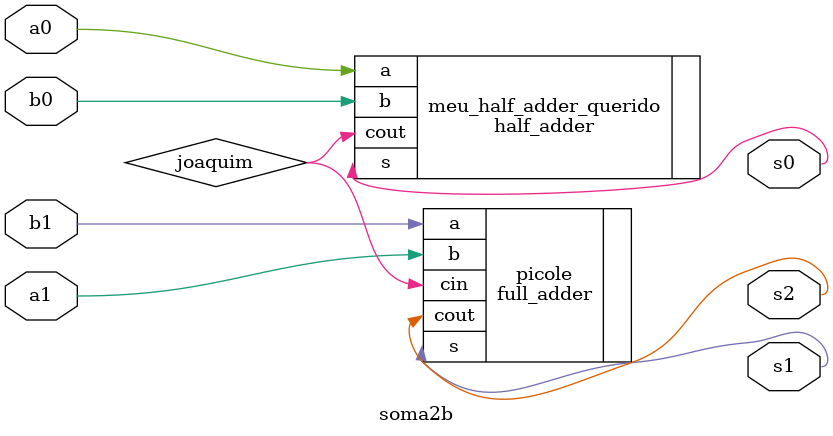
<source format=v>
module soma2b (
input	a0,
input	b0,
input	a1,
input	b1,
output	s0,
output	s1,
output	s2);

    wire joaquim;

    half_adder meu_half_adder_querido(	.a(a0), 
										.b(b0), 
										.s(s0),
										.cout(joaquim));
	
	
    full_adder picole(	.a(b1), 
						.b(a1), 
						.cin(joaquim),
						.s(s1),
						.cout(s2));

endmodule


</source>
